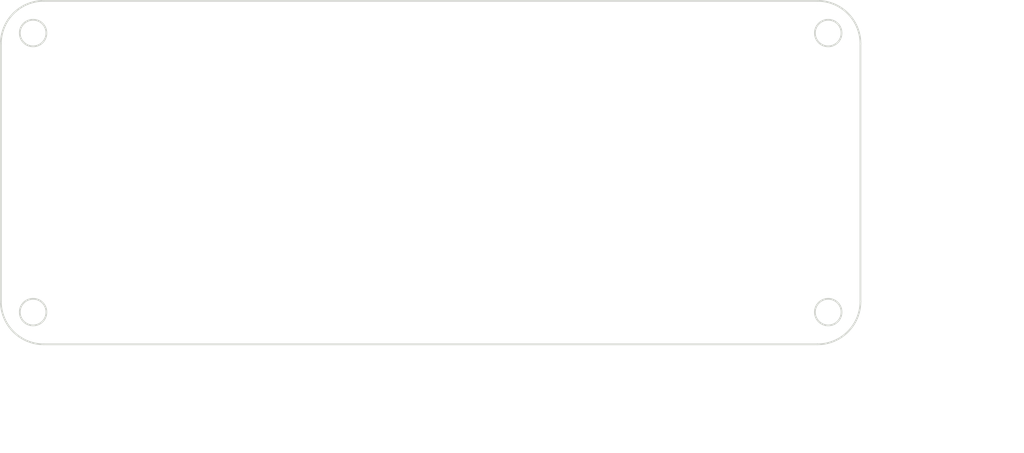
<source format=kicad_pcb>
(kicad_pcb
	(version 20241229)
	(generator "pcbnew")
	(generator_version "9.0")
	(general
		(thickness 1.6)
		(legacy_teardrops no)
	)
	(paper "A4")
	(layers
		(0 "F.Cu" signal)
		(2 "B.Cu" signal)
		(9 "F.Adhes" user "F.Adhesive")
		(11 "B.Adhes" user "B.Adhesive")
		(13 "F.Paste" user)
		(15 "B.Paste" user)
		(5 "F.SilkS" user "F.Silkscreen")
		(7 "B.SilkS" user "B.Silkscreen")
		(1 "F.Mask" user)
		(3 "B.Mask" user)
		(17 "Dwgs.User" user "User.Drawings")
		(19 "Cmts.User" user "User.Comments")
		(21 "Eco1.User" user "User.Eco1")
		(23 "Eco2.User" user "User.Eco2")
		(25 "Edge.Cuts" user)
		(27 "Margin" user)
		(31 "F.CrtYd" user "F.Courtyard")
		(29 "B.CrtYd" user "B.Courtyard")
		(35 "F.Fab" user)
		(33 "B.Fab" user)
		(39 "User.1" user)
		(41 "User.2" user)
		(43 "User.3" user)
		(45 "User.4" user)
	)
	(setup
		(pad_to_mask_clearance 0)
		(allow_soldermask_bridges_in_footprints no)
		(tenting front back)
		(pcbplotparams
			(layerselection 0x00000000_00000000_55555555_5755f5ff)
			(plot_on_all_layers_selection 0x00000000_00000000_00000000_00000000)
			(disableapertmacros no)
			(usegerberextensions no)
			(usegerberattributes yes)
			(usegerberadvancedattributes yes)
			(creategerberjobfile yes)
			(dashed_line_dash_ratio 12.000000)
			(dashed_line_gap_ratio 3.000000)
			(svgprecision 4)
			(plotframeref no)
			(mode 1)
			(useauxorigin no)
			(hpglpennumber 1)
			(hpglpenspeed 20)
			(hpglpendiameter 15.000000)
			(pdf_front_fp_property_popups yes)
			(pdf_back_fp_property_popups yes)
			(pdf_metadata yes)
			(pdf_single_document no)
			(dxfpolygonmode yes)
			(dxfimperialunits yes)
			(dxfusepcbnewfont yes)
			(psnegative no)
			(psa4output no)
			(plot_black_and_white yes)
			(sketchpadsonfab no)
			(plotpadnumbers no)
			(hidednponfab no)
			(sketchdnponfab yes)
			(crossoutdnponfab yes)
			(subtractmaskfromsilk no)
			(outputformat 1)
			(mirror no)
			(drillshape 1)
			(scaleselection 1)
			(outputdirectory "")
		)
	)
	(net 0 "")
	(gr_line
		(start 190 110.299985)
		(end 190 110.3)
		(stroke
			(width 0.2)
			(type default)
		)
		(layer "Edge.Cuts")
		(uuid "03c1fc0a-48a9-4fa1-ba1a-12f55156bd68")
	)
	(gr_line
		(start 100.000001 110.3)
		(end 190 110.3)
		(stroke
			(width 0.2)
			(type default)
		)
		(layer "Edge.Cuts")
		(uuid "158b4db3-2bc3-468a-bb16-2c36cfaccec6")
	)
	(gr_circle
		(center 98.75 106.55)
		(end 100.3 106.55)
		(stroke
			(width 0.2)
			(type default)
		)
		(fill no)
		(layer "Edge.Cuts")
		(uuid "24bc068d-adc9-4a4c-bdc8-ddb6dcd9f0c4")
	)
	(gr_circle
		(center 191.25 74.05)
		(end 192.8 74.05)
		(stroke
			(width 0.2)
			(type default)
		)
		(fill no)
		(layer "Edge.Cuts")
		(uuid "2ab17f30-78f0-41db-83d6-9d52f79b5ba5")
	)
	(gr_circle
		(center 98.75 74.05)
		(end 100.3 74.05)
		(stroke
			(width 0.2)
			(type default)
		)
		(fill no)
		(layer "Edge.Cuts")
		(uuid "2d4975dc-241e-472f-a456-6a90a9658601")
	)
	(gr_circle
		(center 191.25 106.55)
		(end 192.8 106.55)
		(stroke
			(width 0.2)
			(type default)
		)
		(fill no)
		(layer "Edge.Cuts")
		(uuid "62164a93-3a59-44b8-bc5c-4dfa9318d4d6")
	)
	(gr_arc
		(start 100.000001 110.3)
		(mid 96.464466 108.835534)
		(end 95 105.300001)
		(stroke
			(width 0.2)
			(type default)
		)
		(layer "Edge.Cuts")
		(uuid "650261b4-78e3-41b9-99ca-e42b81fcc09c")
	)
	(gr_arc
		(start 95 75.3)
		(mid 96.464466 71.764466)
		(end 100.000001 70.3)
		(stroke
			(width 0.2)
			(type default)
		)
		(layer "Edge.Cuts")
		(uuid "65b13c6b-a4dc-4290-bb0f-f8effb70b443")
	)
	(gr_line
		(start 195 105.299985)
		(end 195 75.3)
		(stroke
			(width 0.2)
			(type default)
		)
		(layer "Edge.Cuts")
		(uuid "67de7c51-16e1-4a8c-a71b-505a767d87fb")
	)
	(gr_arc
		(start 190 70.3)
		(mid 193.535532 71.764466)
		(end 195 75.3)
		(stroke
			(width 0.2)
			(type default)
		)
		(layer "Edge.Cuts")
		(uuid "b1f6b330-6594-419f-83a0-a57ed8e935df")
	)
	(gr_arc
		(start 195 105.299985)
		(mid 193.535529 108.835524)
		(end 190 110.299985)
		(stroke
			(width 0.2)
			(type default)
		)
		(layer "Edge.Cuts")
		(uuid "c980ded8-1146-442a-a14e-cc49260e7160")
	)
	(gr_line
		(start 95 75.3)
		(end 95 105.300001)
		(stroke
			(width 0.2)
			(type default)
		)
		(layer "Edge.Cuts")
		(uuid "d3c4437b-f165-4e47-bcc5-34d106c7df30")
	)
	(gr_line
		(start 190 70.3)
		(end 100.000001 70.3)
		(stroke
			(width 0.2)
			(type default)
		)
		(layer "Edge.Cuts")
		(uuid "eea815dc-9c2a-44f7-a06d-c3dd8705a904")
	)
	(dimension
		(type orthogonal)
		(layer "Dwgs.User")
		(uuid "184c5e71-3335-4ffb-883c-d7cf4ca8e04c")
		(pts
			(xy 189.987753 110.299985) (xy 190 70.3)
		)
		(height 23.412247)
		(orientation 1)
		(format
			(prefix "")
			(suffix "")
			(units 3)
			(units_format 0)
			(precision 4)
			(suppress_zeroes yes)
		)
		(style
			(thickness 0.1)
			(arrow_length 1.27)
			(text_position_mode 0)
			(arrow_direction outward)
			(extension_height 0.58642)
			(extension_offset 0.5)
			(keep_text_aligned yes)
		)
		(gr_text "40"
			(at 212.25 90.299992 90)
			(layer "Dwgs.User")
			(uuid "184c5e71-3335-4ffb-883c-d7cf4ca8e04c")
			(effects
				(font
					(size 1 1)
					(thickness 0.15)
				)
			)
		)
	)
	(dimension
		(type orthogonal)
		(layer "Dwgs.User")
		(uuid "a2fc9635-72ba-4a74-b53e-9e393bdfd8e8")
		(pts
			(xy 95 105.300001) (xy 195 105.3)
		)
		(height 16.999999)
		(orientation 0)
		(format
			(prefix "")
			(suffix "")
			(units 3)
			(units_format 0)
			(precision 4)
			(suppress_zeroes yes)
		)
		(style
			(thickness 0.1)
			(arrow_length 1.27)
			(text_position_mode 0)
			(arrow_direction outward)
			(extension_height 0.58642)
			(extension_offset 0.5)
			(keep_text_aligned yes)
		)
		(gr_text "100"
			(at 145 121.15 0)
			(layer "Dwgs.User")
			(uuid "a2fc9635-72ba-4a74-b53e-9e393bdfd8e8")
			(effects
				(font
					(size 1 1)
					(thickness 0.15)
				)
			)
		)
	)
	(embedded_fonts no)
)

</source>
